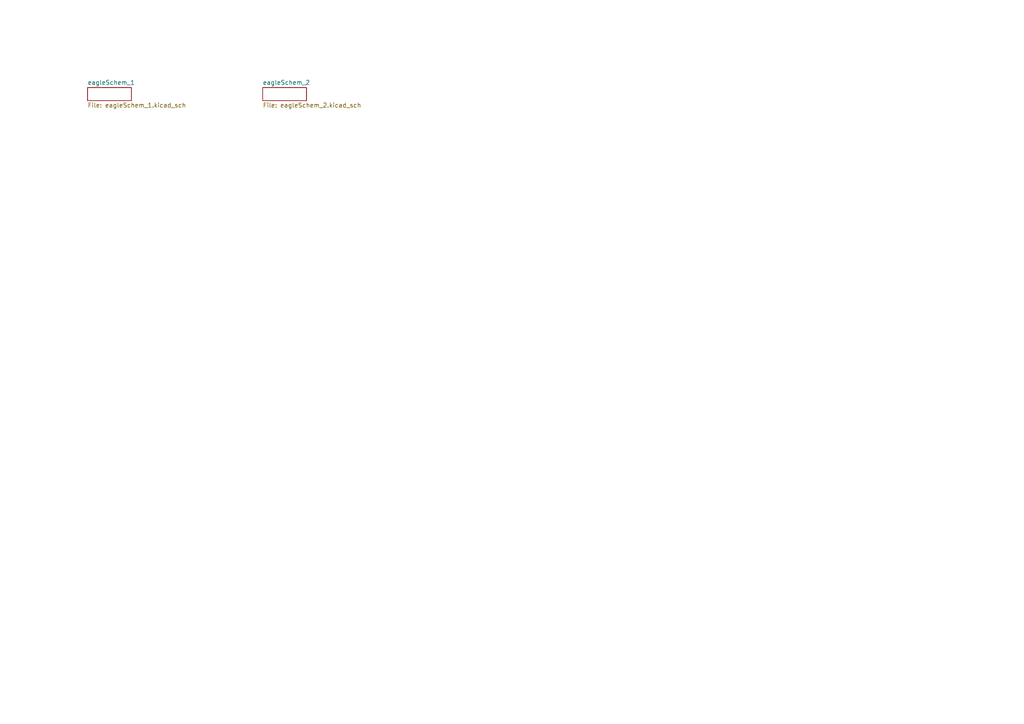
<source format=kicad_sch>
(kicad_sch (version 20211123) (generator eeschema)
  (paper "A4")
  (lib_symbols)
  (sheet (at 76.2 25.4) (size 12.7 3.81)
    (property "Sheet name" "eagleSchem_2" (at 76.2 24.6884 0) (effects (justify left bottom)))
    (property "Sheet file" "eagleSchem_2.kicad_sch" (at 76.2 29.7946 0) (effects (justify left top)))
  )
  (sheet (at 25.4 25.4) (size 12.7 3.81)
    (property "Sheet name" "eagleSchem_1" (at 25.4 24.6884 0) (effects (justify left bottom)))
    (property "Sheet file" "eagleSchem_1.kicad_sch" (at 25.4 29.7946 0) (effects (justify left top)))
  )
)
</source>
